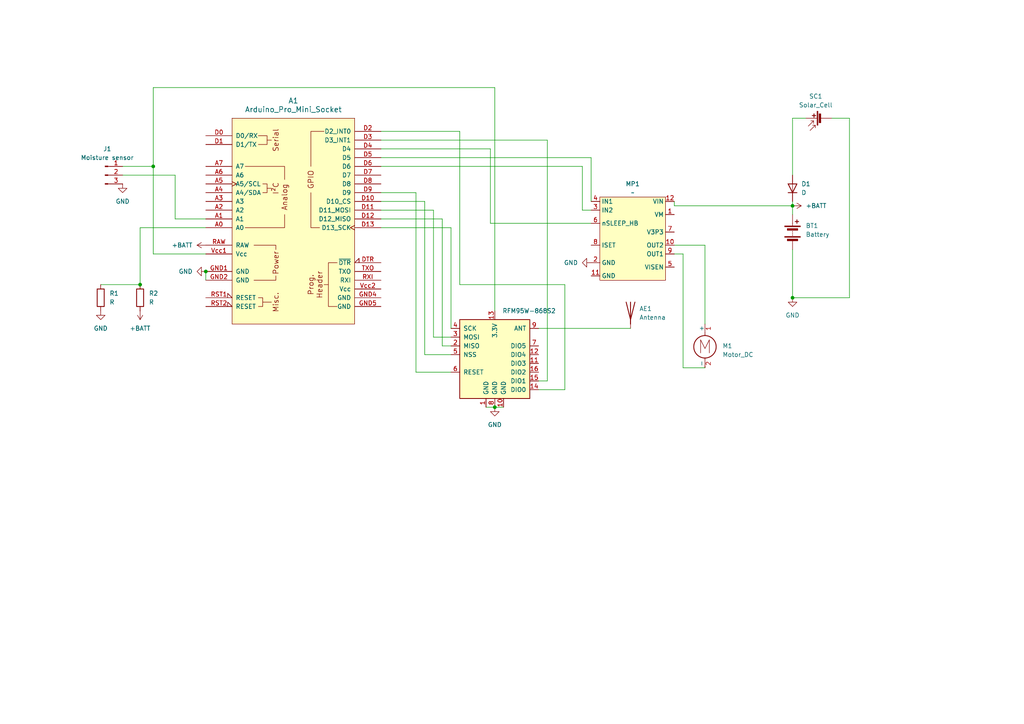
<source format=kicad_sch>
(kicad_sch (version 20231120) (generator "eeschema") (generator_version "8.0")
  (paper "A4")
  (lib_symbols
    (symbol "Connector:Conn_01x03_Pin" (pin_names (offset 1.016) hide)
      (property "Reference" "J" (at 0 5.08 0))
      (property "Value" "Conn_01x03_Pin" (at 0 -5.08 0))
      (symbol "Conn_01x03_Pin_1_1"
        (polyline (pts (xy 1.27 -2.54) (xy 0.8636 -2.54)) (stroke (width 0.1524)))
        (polyline (pts (xy 1.27 0) (xy 0.8636 0)) (stroke (width 0.1524)))
        (polyline (pts (xy 1.27 2.54) (xy 0.8636 2.54)) (stroke (width 0.1524)))
        (rectangle (start 0.8636 -2.413) (end 0 -2.667) (stroke (width 0.1524)) (fill (type outline)))
        (rectangle (start 0.8636 0.127) (end 0 -0.127) (stroke (width 0.1524)) (fill (type outline)))
        (rectangle (start 0.8636 2.667) (end 0 2.413) (stroke (width 0.1524)) (fill (type outline)))
        (pin passive line (at 5.08 2.54 180) (length 3.81) (name "Pin_1") (number "1"))
        (pin passive line (at 5.08 0 180) (length 3.81) (name "Pin_2") (number "2"))
        (pin passive line (at 5.08 -2.54 180) (length 3.81) (name "Pin_3") (number "3"))
      )
    )
    (symbol "Device:Antenna" (pin_numbers hide) (pin_names (offset 1.016) hide)
      (property "Reference" "AE" (at -1.905 1.905 0))
      (property "Value" "Antenna" (at -1.905 0 0))
      (symbol "Antenna_0_1"
        (polyline (pts (xy 0 2.54) (xy 0 -3.81)) (stroke (width 0.254)))
        (polyline (pts (xy 1.27 2.54) (xy 0 -2.54) (xy -1.27 2.54)) (stroke (width 0.254)))
      )
      (symbol "Antenna_1_1"
        (pin input line (at 0 -5.08 90) (length 2.54) (name "A") (number "1"))
      )
    )
    (symbol "Device:Battery" (pin_numbers hide) (pin_names (offset 0) hide)
      (property "Reference" "BT" (at 2.54 2.54 0))
      (property "Value" "Battery" (at 2.54 0 0))
      (symbol "Battery_0_1"
        (rectangle (start -2.286 -1.27) (end 2.286 -1.524) (fill (type outline)))
        (rectangle (start -2.286 1.778) (end 2.286 1.524) (fill (type outline)))
        (rectangle (start -1.524 -2.032) (end 1.524 -2.54) (fill (type outline)))
        (rectangle (start -1.524 1.016) (end 1.524 0.508) (fill (type outline)))
        (polyline (pts (xy 0 -1.016) (xy 0 -0.762)))
        (polyline (pts (xy 0 -0.508) (xy 0 -0.254)))
        (polyline (pts (xy 0 0) (xy 0 0.254)))
        (polyline (pts (xy 0 1.778) (xy 0 2.54)))
        (polyline (pts (xy 0.762 3.048) (xy 1.778 3.048)) (stroke (width 0.254)))
        (polyline (pts (xy 1.27 3.556) (xy 1.27 2.54)) (stroke (width 0.254)))
      )
      (symbol "Battery_1_1"
        (pin passive line (at 0 5.08 270) (length 2.54) (name "+") (number "1"))
        (pin passive line (at 0 -5.08 90) (length 2.54) (name "-") (number "2"))
      )
    )
    (symbol "Device:D" (pin_numbers hide) (pin_names (offset 1.016) hide)
      (property "Reference" "D" (at 0 2.54 0))
      (property "Value" "D" (at 0 -2.54 0))
      (symbol "D_0_1"
        (polyline (pts (xy -1.27 1.27) (xy -1.27 -1.27)) (stroke (width 0.254)))
        (polyline (pts (xy 1.27 0) (xy -1.27 0)))
        (polyline (pts (xy 1.27 1.27) (xy 1.27 -1.27) (xy -1.27 0) (xy 1.27 1.27)) (stroke (width 0.254)))
      )
      (symbol "D_1_1"
        (pin passive line (at -3.81 0 0) (length 2.54) (name "K") (number "1"))
        (pin passive line (at 3.81 0 180) (length 2.54) (name "A") (number "2"))
      )
    )
    (symbol "Device:R" (pin_numbers hide) (pin_names (offset 0))
      (property "Reference" "R" (at 2.032 0 90))
      (property "Value" "R" (at 0 0 90))
      (symbol "R_0_1"
        (rectangle (start -1.016 -2.54) (end 1.016 2.54) (stroke (width 0.254)))
      )
      (symbol "R_1_1"
        (pin passive line (at 0 3.81 270) (length 1.27) (name "~") (number "1"))
        (pin passive line (at 0 -3.81 90) (length 1.27) (name "~") (number "2"))
      )
    )
    (symbol "Device:Solar_Cell" (pin_numbers hide) (pin_names (offset 0) hide)
      (property "Reference" "SC" (at 2.54 2.54 0))
      (property "Value" "Solar_Cell" (at 2.54 0 0))
      (symbol "Solar_Cell_0_1"
        (rectangle (start -2.032 1.778) (end 2.032 1.524) (fill (type outline)))
        (rectangle (start -1.3208 1.1938) (end 1.27 0.6858) (fill (type outline)))
        (polyline (pts (xy -2.032 2.286) (xy -3.556 3.81)))
        (polyline (pts (xy -0.762 2.794) (xy -2.286 4.318)))
        (polyline (pts (xy 0 0.762) (xy 0 0)))
        (polyline (pts (xy 0 1.778) (xy 0 2.54)))
        (polyline (pts (xy 0.254 2.667) (xy 1.27 2.667)) (stroke (width 0.254)))
        (polyline (pts (xy 0.762 3.175) (xy 0.762 2.159)) (stroke (width 0.254)))
        (polyline (pts (xy -2.032 3.048) (xy -2.032 2.286) (xy -2.794 2.286)))
        (polyline (pts (xy -0.762 3.556) (xy -0.762 2.794) (xy -1.524 2.794)))
      )
      (symbol "Solar_Cell_1_1"
        (pin passive line (at 0 5.08 270) (length 2.54) (name "+") (number "1"))
        (pin passive line (at 0 -2.54 90) (length 2.54) (name "-") (number "2"))
      )
    )
    (symbol "Motor:Motor_DC" (pin_names (offset 0))
      (property "Reference" "M" (at 2.54 2.54 0))
      (property "Value" "Motor_DC" (at 2.54 -5.08 0))
      (symbol "Motor_DC_0_0"
        (polyline (pts (xy -1.27 -3.302) (xy -1.27 0.508) (xy 0 -2.032) (xy 1.27 0.508) (xy 1.27 -3.302)))
      )
      (symbol "Motor_DC_0_1"
        (circle (center 0 -1.524) (radius 3.2512) (stroke (width 0.254)))
        (polyline (pts (xy 0 -7.62) (xy 0 -7.112)))
        (polyline (pts (xy 0 -4.7752) (xy 0 -5.1816)))
        (polyline (pts (xy 0 1.7272) (xy 0 2.0828)))
        (polyline (pts (xy 0 2.032) (xy 0 2.54)))
      )
      (symbol "Motor_DC_1_1"
        (pin passive line (at 0 5.08 270) (length 2.54) (name "+") (number "1"))
        (pin passive line (at 0 -7.62 90) (length 2.54) (name "-") (number "2"))
      )
    )
    (symbol "PCM_arduino-library:Arduino_Pro_Mini_Socket" (pin_names (offset 1.016))
      (property "Reference" "A" (at 0 36.83 0))
      (property "Value" "Arduino_Pro_Mini_Socket" (at 0 33.02 0))
      (symbol "Arduino_Pro_Mini_Socket_0_0"
        (rectangle (start -17.78 30.48) (end 17.78 -29.21) (fill (type background)))
        (polyline (pts (xy -7.62 10.16) (xy -6.35 10.16)))
        (polyline (pts (xy -7.62 24.13) (xy -6.35 24.13)))
        (polyline (pts (xy -6.35 -22.86) (xy -8.89 -22.86)))
        (polyline (pts (xy -11.43 -16.51) (xy -5.08 -16.51) (xy -5.08 -15.24)))
        (polyline (pts (xy -5.08 -7.62) (xy -5.08 -6.35) (xy -11.43 -6.35)))
        (polyline (pts (xy -2.54 2.54) (xy -2.54 -1.27) (xy -13.97 -1.27)))
        (polyline (pts (xy -2.54 12.7) (xy -2.54 16.51) (xy -13.97 16.51)))
        (polyline (pts (xy -10.16 25.4) (xy -7.62 25.4) (xy -7.62 22.86) (xy -10.16 22.86)))
        (polyline (pts (xy -8.89 11.43) (xy -7.62 11.43) (xy -7.62 8.89) (xy -8.89 8.89)))
        (polyline (pts (xy 12.7 -11.43) (xy 10.16 -11.43) (xy 10.16 -16.51) (xy 10.16 -17.78) (xy 8.89 -17.78) (xy 10.16 -17.78) (xy 10.16 -24.13) (xy 12.7 -24.13)))
        (text "Analog" (at -2.54 7.62 900) (effects (font (size 1.524 1.524))))
        (text "Header" (at 7.62 -17.78 900) (effects (font (size 1.524 1.524))))
        (text "I²C" (at -5.08 10.16 900) (effects (font (size 1.524 1.524))))
        (text "Misc." (at -5.08 -22.86 900) (effects (font (size 1.524 1.524))))
        (text "Power" (at -5.08 -11.43 900) (effects (font (size 1.524 1.524))))
        (text "Prog." (at 5.08 -17.78 900) (effects (font (size 1.524 1.524))))
        (text "Serial" (at -5.08 24.13 900) (effects (font (size 1.524 1.524))))
      )
      (symbol "Arduino_Pro_Mini_Socket_0_1"
        (polyline (pts (xy 7.62 -1.27) (xy 5.08 -1.27) (xy 5.08 8.89)))
        (polyline (pts (xy 8.89 26.67) (xy 5.08 26.67) (xy 5.08 16.51)))
        (polyline (pts (xy -10.16 -24.13) (xy -8.89 -24.13) (xy -8.89 -21.59) (xy -10.16 -21.59)))
      )
      (symbol "Arduino_Pro_Mini_Socket_1_0"
        (text "GPIO" (at 5.08 12.7 900) (effects (font (size 1.524 1.524))))
      )
      (symbol "Arduino_Pro_Mini_Socket_1_1"
        (pin bidirectional line (at -25.4 -1.27 0) (length 7.62) (name "A0") (number "A0"))
        (pin bidirectional line (at -25.4 1.27 0) (length 7.62) (name "A1") (number "A1"))
        (pin bidirectional line (at -25.4 3.81 0) (length 7.62) (name "A2") (number "A2"))
        (pin bidirectional line (at -25.4 6.35 0) (length 7.62) (name "A3") (number "A3"))
        (pin bidirectional line (at -25.4 8.89 0) (length 7.62) (name "A4/SDA") (number "A4"))
        (pin bidirectional clock (at -25.4 11.43 0) (length 7.62) (name "A5/SCL") (number "A5"))
        (pin input line (at -25.4 13.97 0) (length 7.62) (name "A6") (number "A6"))
        (pin input line (at -25.4 16.51 0) (length 7.62) (name "A7") (number "A7"))
        (pin bidirectional line (at -25.4 25.4 0) (length 7.62) (name "D0/RX") (number "D0"))
        (pin bidirectional line (at -25.4 22.86 0) (length 7.62) (name "D1/TX") (number "D1"))
        (pin bidirectional line (at 25.4 6.35 180) (length 7.62) (name "D10_CS") (number "D10"))
        (pin bidirectional line (at 25.4 3.81 180) (length 7.62) (name "D11_MOSI") (number "D11"))
        (pin bidirectional line (at 25.4 1.27 180) (length 7.62) (name "D12_MISO") (number "D12"))
        (pin bidirectional clock (at 25.4 -1.27 180) (length 7.62) (name "D13_SCK") (number "D13"))
        (pin bidirectional line (at 25.4 26.67 180) (length 7.62) (name "D2_INT0") (number "D2"))
        (pin bidirectional line (at 25.4 24.13 180) (length 7.62) (name "D3_INT1") (number "D3"))
        (pin bidirectional line (at 25.4 21.59 180) (length 7.62) (name "D4") (number "D4"))
        (pin bidirectional line (at 25.4 19.05 180) (length 7.62) (name "D5") (number "D5"))
        (pin bidirectional line (at 25.4 16.51 180) (length 7.62) (name "D6") (number "D6"))
        (pin bidirectional line (at 25.4 13.97 180) (length 7.62) (name "D7") (number "D7"))
        (pin bidirectional line (at 25.4 11.43 180) (length 7.62) (name "D8") (number "D8"))
        (pin bidirectional line (at 25.4 8.89 180) (length 7.62) (name "D9") (number "D9"))
        (pin input input_low (at 25.4 -11.43 180) (length 7.62) (name "~{DTR}") (number "DTR"))
        (pin power_in line (at -25.4 -13.97 0) (length 7.62) (name "GND") (number "GND1"))
        (pin power_in line (at -25.4 -16.51 0) (length 7.62) (name "GND") (number "GND2"))
        (pin power_in line (at 25.4 -21.59 180) (length 7.62) (name "GND") (number "GND4"))
        (pin power_in line (at 25.4 -24.13 180) (length 7.62) (name "GND") (number "GND5"))
        (pin power_in line (at -25.4 -6.35 0) (length 7.62) (name "RAW") (number "RAW"))
        (pin open_collector input_low (at -25.4 -21.59 0) (length 7.62) (name "RESET") (number "RST1"))
        (pin open_collector input_low (at -25.4 -24.13 0) (length 7.62) (name "RESET") (number "RST2"))
        (pin input line (at 25.4 -16.51 180) (length 7.62) (name "RXI") (number "RXI"))
        (pin output line (at 25.4 -13.97 180) (length 7.62) (name "TXO") (number "TXO"))
        (pin power_in line (at -25.4 -8.89 0) (length 7.62) (name "Vcc") (number "Vcc1"))
        (pin power_in line (at 25.4 -19.05 180) (length 7.62) (name "Vcc") (number "Vcc2"))
      )
    )
    (symbol "RF_Module:RFM95W-868S2" (pin_names (offset 1.016))
      (property "Reference" "U" (at -10.414 11.684 0))
      (property "Value" "RFM95W-868S2" (at 1.524 11.43 0))
      (symbol "RFM95W-868S2_0_1"
        (rectangle (start -10.16 10.16) (end 10.16 -12.7) (stroke (width 0.254)) (fill (type background)))
      )
      (symbol "RFM95W-868S2_1_1"
        (pin power_in line (at -2.54 -15.24 90) (length 2.54) (name "GND") (number "1"))
        (pin power_in line (at 2.54 -15.24 90) (length 2.54) (name "GND") (number "10"))
        (pin bidirectional line (at 12.7 -2.54 180) (length 2.54) (name "DIO3") (number "11"))
        (pin bidirectional line (at 12.7 0 180) (length 2.54) (name "DIO4") (number "12"))
        (pin power_in line (at 0 12.7 270) (length 2.54) (name "3.3V") (number "13"))
        (pin bidirectional line (at 12.7 -10.16 180) (length 2.54) (name "DIO0") (number "14"))
        (pin bidirectional line (at 12.7 -7.62 180) (length 2.54) (name "DIO1") (number "15"))
        (pin bidirectional line (at 12.7 -5.08 180) (length 2.54) (name "DIO2") (number "16"))
        (pin output line (at -12.7 2.54 0) (length 2.54) (name "MISO") (number "2"))
        (pin input line (at -12.7 5.08 0) (length 2.54) (name "MOSI") (number "3"))
        (pin input line (at -12.7 7.62 0) (length 2.54) (name "SCK") (number "4"))
        (pin input line (at -12.7 0 0) (length 2.54) (name "NSS") (number "5"))
        (pin bidirectional line (at -12.7 -5.08 0) (length 2.54) (name "RESET") (number "6"))
        (pin bidirectional line (at 12.7 2.54 180) (length 2.54) (name "DIO5") (number "7"))
        (pin power_in line (at 0 -15.24 90) (length 2.54) (name "GND") (number "8"))
        (pin bidirectional line (at 12.7 7.62 180) (length 2.54) (name "ANT") (number "9"))
      )
    )
    (symbol "power:+BATT" (power) (pin_numbers hide) (pin_names (offset 0) hide)
      (property "Value" "+BATT" (at 0 3.556 0))
      (symbol "+BATT_0_1"
        (polyline (pts (xy -0.762 1.27) (xy 0 2.54)))
        (polyline (pts (xy 0 0) (xy 0 2.54)))
        (polyline (pts (xy 0 2.54) (xy 0.762 1.27)))
      )
      (symbol "+BATT_1_1"
        (pin power_in line (at 0 0 90) (length 0) (name "~") (number "1"))
      )
    )
    (symbol "power:GND" (power) (pin_numbers hide) (pin_names (offset 0) hide)
      (property "Value" "GND" (at 0 -3.81 0))
      (symbol "GND_0_1"
        (polyline (pts (xy 0 0) (xy 0 -1.27) (xy 1.27 -1.27) (xy 0 -2.54) (xy -1.27 -1.27) (xy 0 -1.27)))
      )
      (symbol "GND_1_1"
        (pin power_in line (at 0 0 270) (length 0) (name "~") (number "1"))
      )
    )
    (symbol "watering:Driver_Motor{colon}Pololu_MP6550"
      (property "Reference" "MP1" (at -0.635 16.51 0))
      (property "Value" "~" (at -0.635 13.97 0))
      (symbol "Driver_Motor{colon}Pololu_MP6550_1_1"
        (rectangle (start -10.16 12.7) (end 8.89 -11.43) (fill (type background)))
        (pin power_out line (at 11.43 7.62 180) (length 2.54) (name "VM") (number "1"))
        (pin output line (at 11.43 -1.27 180) (length 2.54) (name "OUT2") (number "10"))
        (pin power_out line (at -12.7 -10.16 0) (length 2.54) (name "GND") (number "11"))
        (pin power_in line (at 11.43 11.43 180) (length 2.54) (name "VIN") (number "12"))
        (pin power_out line (at -12.7 -6.35 0) (length 2.54) (name "GND") (number "2"))
        (pin input line (at -12.7 8.89 0) (length 2.54) (name "IN2") (number "3"))
        (pin input line (at -12.7 11.43 0) (length 2.54) (name "IN1") (number "4"))
        (pin input line (at 11.43 -7.62 180) (length 2.54) (name "VISEN") (number "5"))
        (pin input line (at -12.7 5.08 0) (length 2.54) (name "nSLEEP_HB") (number "6"))
        (pin power_out line (at 11.43 2.54 180) (length 2.54) (name "V3P3") (number "7"))
        (pin free line (at -12.7 -1.27 0) (length 2.54) (name "ISET") (number "8"))
        (pin output line (at 11.43 -3.81 180) (length 2.54) (name "OUT1") (number "9"))
      )
    )
  )
  (junction (at 59.69 78.74))
  (junction (at 143.51 118.11))
  (junction (at 229.87 59.69))
  (junction (at 229.87 86.36))
  (junction (at 40.64 82.55))
  (junction (at 44.45 48.26))
  (wire (pts (xy 229.87 59.69) (xy 229.87 62.23)))
  (wire (pts (xy 158.75 40.64) (xy 158.75 110.49)))
  (wire (pts (xy 110.49 45.72) (xy 171.45 45.72)))
  (wire (pts (xy 50.8 50.8) (xy 50.8 63.5)))
  (wire (pts (xy 143.51 25.4) (xy 44.45 25.4)))
  (wire (pts (xy 229.87 72.39) (xy 229.87 86.36)))
  (wire (pts (xy 229.87 59.69) (xy 195.58 59.69)))
  (wire (pts (xy 156.21 95.25) (xy 182.88 95.25)))
  (wire (pts (xy 44.45 73.66) (xy 44.45 48.26)))
  (wire (pts (xy 123.19 58.42) (xy 123.19 102.87)))
  (wire (pts (xy 163.83 82.55) (xy 133.35 82.55)))
  (wire (pts (xy 110.49 63.5) (xy 128.27 63.5)))
  (wire (pts (xy 156.21 110.49) (xy 158.75 110.49)))
  (wire (pts (xy 110.49 43.18) (xy 142.24 43.18)))
  (wire (pts (xy 125.73 60.96) (xy 125.73 97.79)))
  (wire (pts (xy 195.58 73.66) (xy 198.12 73.66)))
  (wire (pts (xy 110.49 55.88) (xy 120.65 55.88)))
  (wire (pts (xy 168.91 48.26) (xy 168.91 60.96)))
  (wire (pts (xy 241.3 34.29) (xy 246.38 34.29)))
  (wire (pts (xy 110.49 38.1) (xy 133.35 38.1)))
  (wire (pts (xy 246.38 34.29) (xy 246.38 86.36)))
  (wire (pts (xy 143.51 90.17) (xy 143.51 25.4)))
  (wire (pts (xy 123.19 102.87) (xy 130.81 102.87)))
  (wire (pts (xy 44.45 48.26) (xy 35.56 48.26)))
  (wire (pts (xy 29.21 82.55) (xy 40.64 82.55)))
  (wire (pts (xy 140.97 118.11) (xy 143.51 118.11)))
  (wire (pts (xy 229.87 86.36) (xy 246.38 86.36)))
  (wire (pts (xy 110.49 60.96) (xy 125.73 60.96)))
  (wire (pts (xy 44.45 25.4) (xy 44.45 48.26)))
  (wire (pts (xy 168.91 60.96) (xy 171.45 60.96)))
  (wire (pts (xy 50.8 63.5) (xy 59.69 63.5)))
  (wire (pts (xy 59.69 73.66) (xy 44.45 73.66)))
  (wire (pts (xy 163.83 113.03) (xy 163.83 82.55)))
  (wire (pts (xy 198.12 73.66) (xy 198.12 106.68)))
  (wire (pts (xy 110.49 40.64) (xy 158.75 40.64)))
  (wire (pts (xy 142.24 43.18) (xy 142.24 64.77)))
  (wire (pts (xy 233.68 34.29) (xy 229.87 34.29)))
  (wire (pts (xy 204.47 71.12) (xy 204.47 93.98)))
  (wire (pts (xy 171.45 45.72) (xy 171.45 58.42)))
  (wire (pts (xy 128.27 100.33) (xy 130.81 100.33)))
  (wire (pts (xy 110.49 66.04) (xy 130.81 66.04)))
  (wire (pts (xy 128.27 63.5) (xy 128.27 100.33)))
  (wire (pts (xy 143.51 118.11) (xy 146.05 118.11)))
  (wire (pts (xy 133.35 82.55) (xy 133.35 38.1)))
  (wire (pts (xy 59.69 66.04) (xy 40.64 66.04)))
  (wire (pts (xy 130.81 66.04) (xy 130.81 95.25)))
  (wire (pts (xy 130.81 97.79) (xy 125.73 97.79)))
  (wire (pts (xy 40.64 66.04) (xy 40.64 82.55)))
  (wire (pts (xy 195.58 71.12) (xy 204.47 71.12)))
  (wire (pts (xy 156.21 113.03) (xy 163.83 113.03)))
  (wire (pts (xy 110.49 48.26) (xy 168.91 48.26)))
  (wire (pts (xy 110.49 58.42) (xy 123.19 58.42)))
  (wire (pts (xy 35.56 50.8) (xy 50.8 50.8)))
  (wire (pts (xy 59.69 78.74) (xy 59.69 81.28)))
  (wire (pts (xy 142.24 64.77) (xy 171.45 64.77)))
  (wire (pts (xy 120.65 107.95) (xy 130.81 107.95)))
  (wire (pts (xy 198.12 106.68) (xy 204.47 106.68)))
  (wire (pts (xy 120.65 55.88) (xy 120.65 107.95)))
  (wire (pts (xy 195.58 59.69) (xy 195.58 58.42)))
  (wire (pts (xy 229.87 58.42) (xy 229.87 59.69)))
  (wire (pts (xy 229.87 34.29) (xy 229.87 50.8)))
  (symbol (lib_id "power:+BATT") (at 40.64 90.17 180) (unit 1)
    (property "Reference" "#PWR07" (effects (hide yes)))
    (property "Value" "+BATT" (at 40.64 95.25 0))
    (property "Description" "Power symbol creates a global label with name \"+BATT\"" (effects (hide yes)))
  )
  (symbol (lib_id "Device:R") (at 40.64 86.36 0) (unit 1)
    (property "Reference" "R2" (at 43.18 85.0899 0) (effects (justify left)))
    (property "Value" "R" (at 43.18 87.6299 0) (effects (justify left)))
    (property "Footprint" "Resistor_THT:R_Axial_DIN0207_L6.3mm_D2.5mm_P10.16mm_Horizontal" (effects (hide yes)))
    (property "Description" "Resistor" (effects (hide yes)))
  )
  (symbol (lib_id "Device:Solar_Cell") (at 238.76 34.29 90) (unit 1)
    (property "Reference" "SC1" (at 236.601 27.94 90))
    (property "Value" "Solar_Cell" (at 236.601 30.48 90))
    (property "Footprint" "Connector_JST:JST_EH_B2B-EH-A_1x02_P2.50mm_Vertical" (effects (hide yes)))
    (property "Description" "Single solar cell" (effects (hide yes)))
  )
  (symbol (lib_id "Device:R") (at 29.21 86.36 0) (unit 1)
    (property "Reference" "R1" (at 31.75 85.0899 0) (effects (justify left)))
    (property "Value" "R" (at 31.75 87.6299 0) (effects (justify left)))
    (property "Footprint" "Resistor_THT:R_Axial_DIN0207_L6.3mm_D2.5mm_P10.16mm_Horizontal" (effects (hide yes)))
    (property "Description" "Resistor" (effects (hide yes)))
  )
  (symbol (lib_id "Connector:Conn_01x03_Pin") (at 30.48 50.8 0) (unit 1)
    (property "Reference" "J1" (at 31.115 43.18 0))
    (property "Value" "Moisture sensor" (at 31.115 45.72 0))
    (property "Footprint" "Connector_JST:JST_EH_B3B-EH-A_1x03_P2.50mm_Vertical" (effects (hide yes)))
    (property "Description" "Generic connector, single row, 01x03, script generated" (effects (hide yes)))
  )
  (symbol (lib_id "power:GND") (at 171.45 76.2 270) (unit 1)
    (property "Reference" "#PWR05" (effects (hide yes)))
    (property "Value" "GND" (at 167.64 76.1999 90) (effects (justify right)))
    (property "Description" "Power symbol creates a global label with name \"GND\" , ground" (effects (hide yes)))
  )
  (symbol (lib_id "power:GND") (at 29.21 90.17 0) (unit 1)
    (property "Reference" "#PWR06" (effects (hide yes)))
    (property "Value" "GND" (at 29.21 95.25 0))
    (property "Description" "Power symbol creates a global label with name \"GND\" , ground" (effects (hide yes)))
  )
  (symbol (lib_id "power:GND") (at 35.56 53.34 0) (unit 1)
    (property "Reference" "#PWR8" (effects (hide yes)))
    (property "Value" "GND" (at 35.56 58.42 0))
    (property "Description" "Power symbol creates a global label with name \"GND\" , ground" (effects (hide yes)))
  )
  (symbol (lib_id "power:GND") (at 143.51 118.11 0) (unit 1)
    (property "Reference" "#PWR9" (effects (hide yes)))
    (property "Value" "GND" (at 143.51 123.19 0))
    (property "Description" "Power symbol creates a global label with name \"GND\" , ground" (effects (hide yes)))
  )
  (symbol (lib_id "power:+BATT") (at 59.69 71.12 90) (unit 1)
    (property "Reference" "#PWR03" (effects (hide yes)))
    (property "Value" "+BATT" (at 55.88 71.1199 90) (effects (justify left)))
    (property "Description" "Power symbol creates a global label with name \"+BATT\"" (effects (hide yes)))
  )
  (symbol (lib_id "PCM_arduino-library:Arduino_Pro_Mini_Socket") (at 85.09 64.77 0) (unit 1)
    (property "Reference" "A1" (at 85.09 29.21 0) (effects (font (size 1.524 1.524))))
    (property "Value" "Arduino_Pro_Mini_Socket" (at 85.09 31.75 0) (effects (font (size 1.524 1.524))))
    (property "Footprint" "PCM_arduino-library:Arduino_Pro_Mini_Socket" (effects (hide yes)))
    (property "Datasheet" "https://docs.arduino.cc/retired/boards/arduino-pro-mini" (effects (hide yes)))
    (property "Description" "Socket for Arduino Pro Mini" (effects (hide yes)))
  )
  (symbol (lib_id "Motor:Motor_DC") (at 204.47 99.06 0) (unit 1)
    (property "Reference" "M1" (at 209.55 100.3299 0) (effects (justify left)))
    (property "Value" "Motor_DC" (at 209.55 102.8699 0) (effects (justify left)))
    (property "Footprint" "Connector_JST:JST_EH_B2B-EH-A_1x02_P2.50mm_Vertical" (effects (hide yes)))
    (property "Description" "DC Motor" (effects (hide yes)))
  )
  (symbol (lib_id "RF_Module:RFM95W-868S2") (at 143.51 102.87 0) (unit 1)
    (property "Reference" "U1" (effects (hide yes)))
    (property "Value" "RFM95W-868S2" (at 145.7041 90.17 0) (effects (justify left)))
    (property "Footprint" "RF_Module:HOPERF_RFM9XW_THT" (effects (hide yes)))
    (property "Datasheet" "https://www.hoperf.com/data/upload/portal/20181127/5bfcbea20e9ef.pdf" (effects (hide yes)))
    (property "Description" "Low power long range transceiver module, SPI and parallel interface, 868 MHz, spreading factor 6 to12, bandwidth 7.8 to 500kHz, -111 to -148 dBm, SMD-16, DIP-16" (effects (hide yes)))
  )
  (symbol (lib_id "Device:Battery") (at 229.87 67.31 0) (unit 1)
    (property "Reference" "BT1" (at 233.68 65.4684 0) (effects (justify left)))
    (property "Value" "Battery" (at 233.68 68.0084 0) (effects (justify left)))
    (property "Footprint" "Connector_JST:JST_EH_B2B-EH-A_1x02_P2.50mm_Vertical" (effects (hide yes)))
    (property "Description" "Multiple-cell battery" (effects (hide yes)))
  )
  (symbol (lib_id "power:GND") (at 59.69 78.74 270) (unit 1)
    (property "Reference" "#PWR04" (effects (hide yes)))
    (property "Value" "GND" (at 55.88 78.7399 90) (effects (justify right)))
    (property "Description" "Power symbol creates a global label with name \"GND\" , ground" (effects (hide yes)))
  )
  (symbol (lib_id "power:+BATT") (at 229.87 59.69 270) (unit 1)
    (property "Reference" "#PWR02" (effects (hide yes)))
    (property "Value" "+BATT" (at 233.68 59.6899 90) (effects (justify left)))
    (property "Description" "Power symbol creates a global label with name \"+BATT\"" (effects (hide yes)))
  )
  (symbol (lib_id "power:GND") (at 229.87 86.36 0) (unit 1)
    (property "Reference" "#PWR01" (effects (hide yes)))
    (property "Value" "GND" (at 229.87 91.44 0))
    (property "Description" "Power symbol creates a global label with name \"GND\" , ground" (effects (hide yes)))
  )
  (symbol (lib_id "Device:Antenna") (at 182.88 90.17 0) (unit 1)
    (property "Reference" "AE1" (at 185.42 89.5349 0) (effects (justify left)))
    (property "Value" "Antenna" (at 185.42 92.0749 0) (effects (justify left)))
    (property "Footprint" "RF_Antenna:Texas_SWRA416_868MHz_915MHz" (effects (hide yes)))
    (property "Description" "Antenna" (effects (hide yes)))
  )
  (symbol (lib_id "Device:D") (at 229.87 54.61 90) (unit 1)
    (property "Reference" "D1" (at 232.41 53.3399 90) (effects (justify right)))
    (property "Value" "D" (at 232.41 55.8799 90) (effects (justify right)))
    (property "Footprint" "Diode_THT:D_T-1_P10.16mm_Horizontal" (effects (hide yes)))
    (property "Description" "Diode" (effects (hide yes)))
    (property "Sim.Device" "D" (effects (hide yes)))
    (property "Sim.Pins" "1=K 2=A" (effects (hide yes)))
  )
  (symbol (lib_id "watering:Driver_Motor{colon}Pololu_MP6550") (at 184.15 69.85 0) (unit 1)
    (property "Reference" "MP1" (at 183.515 53.34 0))
    (property "Value" "~" (at 183.515 55.88 0))
    (property "Footprint" "watering:MP6550" (effects (hide yes)))
  )
)
</source>
